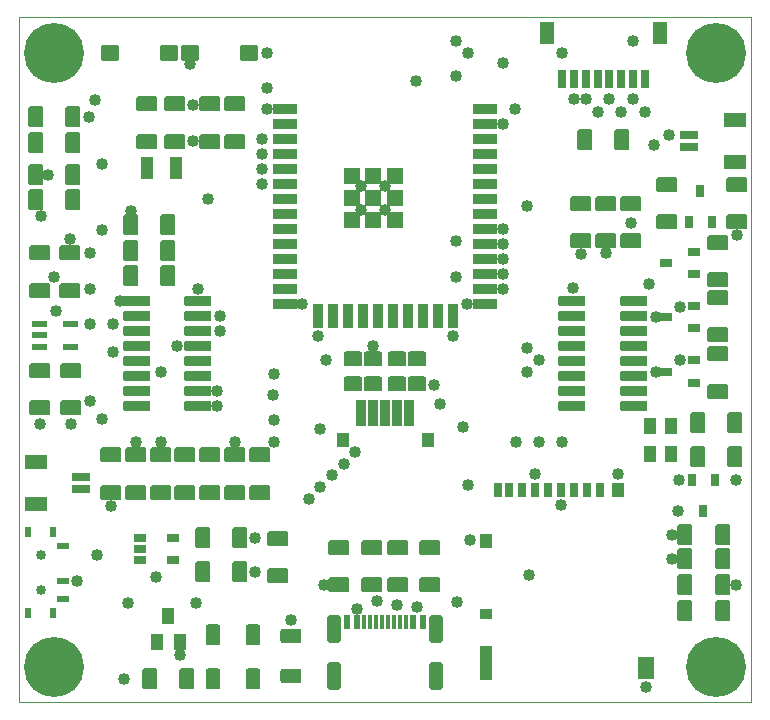
<source format=gbr>
G04 PROTEUS GERBER X2 FILE*
%TF.GenerationSoftware,Labcenter,Proteus,8.17-SP5-Build39395*%
%TF.CreationDate,2025-01-31T21:13:05+00:00*%
%TF.FileFunction,Soldermask,Top*%
%TF.FilePolarity,Negative*%
%TF.Part,Single*%
%TF.SameCoordinates,{25d9a88a-2623-41a1-bce1-36a6f26497cc}*%
%FSLAX45Y45*%
%MOMM*%
G01*
%TA.AperFunction,Material*%
%ADD62C,1.016000*%
%AMPPAD057*
4,1,4,
-0.295000,0.575000,
0.295000,0.575000,
0.295000,-0.575000,
-0.295000,-0.575000,
-0.295000,0.575000,
0*%
%TA.AperFunction,Material*%
%ADD63PPAD057*%
%AMPPAD058*
4,1,4,
-0.150000,0.575000,
0.150000,0.575000,
0.150000,-0.575000,
-0.150000,-0.575000,
-0.150000,0.575000,
0*%
%ADD64PPAD058*%
%AMPPAD059*
4,1,36,
-0.195200,1.227000,
0.195200,1.227000,
0.282210,1.218230,
0.363260,1.193060,
0.436600,1.153240,
0.500510,1.100510,
0.553240,1.036600,
0.593060,0.963260,
0.618230,0.882210,
0.627000,0.795200,
0.627000,-0.795200,
0.618230,-0.882210,
0.593060,-0.963260,
0.553240,-1.036600,
0.500510,-1.100510,
0.436600,-1.153240,
0.363260,-1.193060,
0.282210,-1.218230,
0.195200,-1.227000,
-0.195200,-1.227000,
-0.282210,-1.218230,
-0.363260,-1.193060,
-0.436600,-1.153240,
-0.500510,-1.100510,
-0.553240,-1.036600,
-0.593060,-0.963260,
-0.618230,-0.882210,
-0.627000,-0.795200,
-0.627000,0.795200,
-0.618230,0.882210,
-0.593060,0.963260,
-0.553240,1.036600,
-0.500510,1.100510,
-0.436600,1.153240,
-0.363260,1.193060,
-0.282210,1.218230,
-0.195200,1.227000,
0*%
%ADD65PPAD059*%
%AMPPAD060*
4,1,36,
0.444500,-0.889000,
-0.444500,-0.889000,
-0.470090,-0.886420,
-0.493930,-0.879020,
-0.515500,-0.867310,
-0.534300,-0.851800,
-0.549810,-0.833000,
-0.561520,-0.811430,
-0.568920,-0.787590,
-0.571500,-0.762000,
-0.571500,0.762000,
-0.568920,0.787590,
-0.561520,0.811430,
-0.549810,0.833000,
-0.534300,0.851800,
-0.515500,0.867310,
-0.493930,0.879020,
-0.470090,0.886420,
-0.444500,0.889000,
0.444500,0.889000,
0.470090,0.886420,
0.493930,0.879020,
0.515500,0.867310,
0.534300,0.851800,
0.549810,0.833000,
0.561520,0.811430,
0.568920,0.787590,
0.571500,0.762000,
0.571500,-0.762000,
0.568920,-0.787590,
0.561520,-0.811430,
0.549810,-0.833000,
0.534300,-0.851800,
0.515500,-0.867310,
0.493930,-0.879020,
0.470090,-0.886420,
0.444500,-0.889000,
0*%
%TA.AperFunction,Material*%
%ADD66PPAD060*%
%AMPPAD061*
4,1,4,
-0.546100,-0.304800,
-0.546100,0.304800,
0.546100,0.304800,
0.546100,-0.304800,
-0.546100,-0.304800,
0*%
%TA.AperFunction,Material*%
%ADD67PPAD061*%
%AMPPAD062*
4,1,4,
-1.000000,0.450000,
1.000000,0.450000,
1.000000,-0.450000,
-1.000000,-0.450000,
-1.000000,0.450000,
0*%
%TA.AperFunction,Material*%
%ADD68PPAD062*%
%AMPPAD063*
4,1,4,
-0.450000,1.000000,
0.450000,1.000000,
0.450000,-1.000000,
-0.450000,-1.000000,
-0.450000,1.000000,
0*%
%ADD69PPAD063*%
%AMPPAD064*
4,1,4,
-0.665000,0.665000,
0.665000,0.665000,
0.665000,-0.665000,
-0.665000,-0.665000,
-0.665000,0.665000,
0*%
%ADD74PPAD064*%
%AMPPAD065*
4,1,36,
-1.143000,-0.317500,
-1.143000,0.317500,
-1.140420,0.343090,
-1.133020,0.366930,
-1.121310,0.388500,
-1.105800,0.407300,
-1.087000,0.422810,
-1.065430,0.434520,
-1.041590,0.441920,
-1.016000,0.444500,
1.016000,0.444500,
1.041590,0.441920,
1.065430,0.434520,
1.087000,0.422810,
1.105800,0.407300,
1.121310,0.388500,
1.133020,0.366930,
1.140420,0.343090,
1.143000,0.317500,
1.143000,-0.317500,
1.140420,-0.343090,
1.133020,-0.366930,
1.121310,-0.388500,
1.105800,-0.407300,
1.087000,-0.422810,
1.065430,-0.434520,
1.041590,-0.441920,
1.016000,-0.444500,
-1.016000,-0.444500,
-1.041590,-0.441920,
-1.065430,-0.434520,
-1.087000,-0.422810,
-1.105800,-0.407300,
-1.121310,-0.388500,
-1.133020,-0.366930,
-1.140420,-0.343090,
-1.143000,-0.317500,
0*%
%TA.AperFunction,Material*%
%ADD75PPAD065*%
%AMPPAD066*
4,1,36,
-0.889000,-0.508000,
-0.889000,0.508000,
-0.886420,0.533590,
-0.879020,0.557430,
-0.867310,0.579000,
-0.851800,0.597800,
-0.833000,0.613310,
-0.811430,0.625020,
-0.787590,0.632420,
-0.762000,0.635000,
0.762000,0.635000,
0.787590,0.632420,
0.811430,0.625020,
0.833000,0.613310,
0.851800,0.597800,
0.867310,0.579000,
0.879020,0.557430,
0.886420,0.533590,
0.889000,0.508000,
0.889000,-0.508000,
0.886420,-0.533590,
0.879020,-0.557430,
0.867310,-0.579000,
0.851800,-0.597800,
0.833000,-0.613310,
0.811430,-0.625020,
0.787590,-0.632420,
0.762000,-0.635000,
-0.762000,-0.635000,
-0.787590,-0.632420,
-0.811430,-0.625020,
-0.833000,-0.613310,
-0.851800,-0.597800,
-0.867310,-0.579000,
-0.879020,-0.557430,
-0.886420,-0.533590,
-0.889000,-0.508000,
0*%
%TA.AperFunction,Material*%
%ADD76PPAD066*%
%AMPPAD067*
4,1,4,
-0.350000,0.600000,
0.350000,0.600000,
0.350000,-0.600000,
-0.350000,-0.600000,
-0.350000,0.600000,
0*%
%TA.AperFunction,Material*%
%ADD77PPAD067*%
%AMPPAD068*
4,1,4,
-0.500000,0.600000,
0.500000,0.600000,
0.500000,-0.600000,
-0.500000,-0.600000,
-0.500000,0.600000,
0*%
%ADD78PPAD068*%
%AMPPAD069*
4,1,4,
-0.500000,1.400000,
0.500000,1.400000,
0.500000,-1.400000,
-0.500000,-1.400000,
-0.500000,1.400000,
0*%
%ADD79PPAD069*%
%AMPPAD070*
4,1,4,
-0.650000,0.949960,
0.650000,0.949960,
0.650000,-0.949960,
-0.650000,-0.949960,
-0.650000,0.949960,
0*%
%ADD80PPAD070*%
%AMPPAD071*
4,1,4,
-0.500000,0.400050,
0.500000,0.400050,
0.500000,-0.400050,
-0.500000,-0.400050,
-0.500000,0.400050,
0*%
%ADD81PPAD071*%
%AMPPAD072*
4,1,4,
0.500000,0.250000,
0.500000,-0.250000,
-0.500000,-0.250000,
-0.500000,0.250000,
0.500000,0.250000,
0*%
%TA.AperFunction,Material*%
%ADD82PPAD072*%
%ADD83C,0.850000*%
%AMPPAD074*
4,1,4,
0.250000,0.400000,
0.250000,-0.400000,
-0.250000,-0.400000,
-0.250000,0.400000,
0.250000,0.400000,
0*%
%ADD84PPAD074*%
%AMPPAD075*
4,1,4,
0.775000,0.300000,
0.775000,-0.300000,
-0.775000,-0.300000,
-0.775000,0.300000,
0.775000,0.300000,
0*%
%TA.AperFunction,Material*%
%ADD85PPAD075*%
%AMPPAD076*
4,1,4,
0.900000,0.600000,
0.900000,-0.600000,
-0.900000,-0.600000,
-0.900000,0.600000,
0.900000,0.600000,
0*%
%ADD86PPAD076*%
%TA.AperFunction,Material*%
%ADD87C,5.080000*%
%AMPPAD078*
4,1,4,
-0.500000,0.700000,
0.500000,0.700000,
0.500000,-0.700000,
-0.500000,-0.700000,
-0.500000,0.700000,
0*%
%TA.AperFunction,Material*%
%ADD88PPAD078*%
%AMPPAD079*
4,1,36,
0.508000,-0.889000,
-0.508000,-0.889000,
-0.533590,-0.886420,
-0.557430,-0.879020,
-0.579000,-0.867310,
-0.597800,-0.851800,
-0.613310,-0.833000,
-0.625020,-0.811430,
-0.632420,-0.787590,
-0.635000,-0.762000,
-0.635000,0.762000,
-0.632420,0.787590,
-0.625020,0.811430,
-0.613310,0.833000,
-0.597800,0.851800,
-0.579000,0.867310,
-0.557430,0.879020,
-0.533590,0.886420,
-0.508000,0.889000,
0.508000,0.889000,
0.533590,0.886420,
0.557430,0.879020,
0.579000,0.867310,
0.597800,0.851800,
0.613310,0.833000,
0.625020,0.811430,
0.632420,0.787590,
0.635000,0.762000,
0.635000,-0.762000,
0.632420,-0.787590,
0.625020,-0.811430,
0.613310,-0.833000,
0.597800,-0.851800,
0.579000,-0.867310,
0.557430,-0.879020,
0.533590,-0.886420,
0.508000,-0.889000,
0*%
%TA.AperFunction,Material*%
%ADD89PPAD079*%
%AMPPAD080*
4,1,4,
-0.635000,0.279400,
0.635000,0.279400,
0.635000,-0.279400,
-0.635000,-0.279400,
-0.635000,0.279400,
0*%
%TA.AperFunction,Material*%
%ADD90PPAD080*%
%AMPPAD081*
4,1,36,
0.625000,-0.677000,
-0.625000,-0.677000,
-0.650590,-0.674420,
-0.674430,-0.667020,
-0.696000,-0.655310,
-0.714800,-0.639800,
-0.730310,-0.621000,
-0.742020,-0.599430,
-0.749420,-0.575590,
-0.752000,-0.550000,
-0.752000,0.550000,
-0.749420,0.575590,
-0.742020,0.599430,
-0.730310,0.621000,
-0.714800,0.639800,
-0.696000,0.655310,
-0.674430,0.667020,
-0.650590,0.674420,
-0.625000,0.677000,
0.625000,0.677000,
0.650590,0.674420,
0.674430,0.667020,
0.696000,0.655310,
0.714800,0.639800,
0.730310,0.621000,
0.742020,0.599430,
0.749420,0.575590,
0.752000,0.550000,
0.752000,-0.550000,
0.749420,-0.575590,
0.742020,-0.599430,
0.730310,-0.621000,
0.714800,-0.639800,
0.696000,-0.655310,
0.674430,-0.667020,
0.650590,-0.674420,
0.625000,-0.677000,
0*%
%TA.AperFunction,Material*%
%ADD91PPAD081*%
%AMPPAD082*
4,1,4,
-0.500000,0.900000,
0.500000,0.900000,
0.500000,-0.900000,
-0.500000,-0.900000,
-0.500000,0.900000,
0*%
%ADD92PPAD082*%
%AMPPAD083*
4,1,4,
0.469900,0.304800,
0.469900,-0.304800,
-0.469900,-0.304800,
-0.469900,0.304800,
0.469900,0.304800,
0*%
%TA.AperFunction,Material*%
%ADD93PPAD083*%
%AMPPAD084*
4,1,4,
0.350000,-0.500000,
-0.350000,-0.500000,
-0.350000,0.500000,
0.350000,0.500000,
0.350000,-0.500000,
0*%
%ADD94PPAD084*%
%AMPPAD085*
4,1,4,
0.300000,-0.775000,
-0.300000,-0.775000,
-0.300000,0.775000,
0.300000,0.775000,
0.300000,-0.775000,
0*%
%TA.AperFunction,Material*%
%ADD95PPAD085*%
%AMPPAD086*
4,1,4,
0.600000,-0.900000,
-0.600000,-0.900000,
-0.600000,0.900000,
0.600000,0.900000,
0.600000,-0.900000,
0*%
%ADD96PPAD086*%
%AMPPAD087*
4,1,36,
0.889000,0.444500,
0.889000,-0.444500,
0.886420,-0.470090,
0.879020,-0.493930,
0.867310,-0.515500,
0.851800,-0.534300,
0.833000,-0.549810,
0.811430,-0.561520,
0.787590,-0.568920,
0.762000,-0.571500,
-0.762000,-0.571500,
-0.787590,-0.568920,
-0.811430,-0.561520,
-0.833000,-0.549810,
-0.851800,-0.534300,
-0.867310,-0.515500,
-0.879020,-0.493930,
-0.886420,-0.470090,
-0.889000,-0.444500,
-0.889000,0.444500,
-0.886420,0.470090,
-0.879020,0.493930,
-0.867310,0.515500,
-0.851800,0.534300,
-0.833000,0.549810,
-0.811430,0.561520,
-0.787590,0.568920,
-0.762000,0.571500,
0.762000,0.571500,
0.787590,0.568920,
0.811430,0.561520,
0.833000,0.549810,
0.851800,0.534300,
0.867310,0.515500,
0.879020,0.493930,
0.886420,0.470090,
0.889000,0.444500,
0*%
%TA.AperFunction,Material*%
%ADD97PPAD087*%
%AMPPAD088*
4,1,36,
-0.762000,-0.508000,
-0.762000,0.508000,
-0.759420,0.533590,
-0.752020,0.557430,
-0.740310,0.579000,
-0.724800,0.597800,
-0.706000,0.613310,
-0.684430,0.625020,
-0.660590,0.632420,
-0.635000,0.635000,
0.635000,0.635000,
0.660590,0.632420,
0.684430,0.625020,
0.706000,0.613310,
0.724800,0.597800,
0.740310,0.579000,
0.752020,0.557430,
0.759420,0.533590,
0.762000,0.508000,
0.762000,-0.508000,
0.759420,-0.533590,
0.752020,-0.557430,
0.740310,-0.579000,
0.724800,-0.597800,
0.706000,-0.613310,
0.684430,-0.625020,
0.660590,-0.632420,
0.635000,-0.635000,
-0.635000,-0.635000,
-0.660590,-0.632420,
-0.684430,-0.625020,
-0.706000,-0.613310,
-0.724800,-0.597800,
-0.740310,-0.579000,
-0.752020,-0.557430,
-0.759420,-0.533590,
-0.762000,-0.508000,
0*%
%ADD98PPAD088*%
%AMPPAD089*
4,1,36,
0.300000,-1.127000,
-0.300000,-1.127000,
-0.325590,-1.124420,
-0.349430,-1.117020,
-0.371000,-1.105310,
-0.389800,-1.089800,
-0.405310,-1.071000,
-0.417020,-1.049430,
-0.424420,-1.025590,
-0.427000,-1.000000,
-0.427000,1.000000,
-0.424420,1.025590,
-0.417020,1.049430,
-0.405310,1.071000,
-0.389800,1.089800,
-0.371000,1.105310,
-0.349430,1.117020,
-0.325590,1.124420,
-0.300000,1.127000,
0.300000,1.127000,
0.325590,1.124420,
0.349430,1.117020,
0.371000,1.105310,
0.389800,1.089800,
0.405310,1.071000,
0.417020,1.049430,
0.424420,1.025590,
0.427000,1.000000,
0.427000,-1.000000,
0.424420,-1.025590,
0.417020,-1.049430,
0.405310,-1.071000,
0.389800,-1.089800,
0.371000,-1.105310,
0.349430,-1.117020,
0.325590,-1.124420,
0.300000,-1.127000,
0*%
%TA.AperFunction,Material*%
%ADD99PPAD089*%
%AMPPAD090*
4,1,36,
0.375000,-0.627000,
-0.375000,-0.627000,
-0.400590,-0.624420,
-0.424430,-0.617020,
-0.446000,-0.605310,
-0.464800,-0.589800,
-0.480310,-0.571000,
-0.492020,-0.549430,
-0.499420,-0.525590,
-0.502000,-0.500000,
-0.502000,0.500000,
-0.499420,0.525590,
-0.492020,0.549430,
-0.480310,0.571000,
-0.464800,0.589800,
-0.446000,0.605310,
-0.424430,0.617020,
-0.400590,0.624420,
-0.375000,0.627000,
0.375000,0.627000,
0.400590,0.624420,
0.424430,0.617020,
0.446000,0.605310,
0.464800,0.589800,
0.480310,0.571000,
0.492020,0.549430,
0.499420,0.525590,
0.502000,0.500000,
0.502000,-0.500000,
0.499420,-0.525590,
0.492020,-0.549430,
0.480310,-0.571000,
0.464800,-0.589800,
0.446000,-0.605310,
0.424430,-0.617020,
0.400590,-0.624420,
0.375000,-0.627000,
0*%
%ADD100PPAD090*%
%AMPPAD091*
4,1,4,
0.550000,0.650000,
0.550000,-0.650000,
-0.550000,-0.650000,
-0.550000,0.650000,
0.550000,0.650000,
0*%
%TA.AperFunction,Material*%
%ADD101PPAD091*%
%TA.AperFunction,Profile*%
%ADD46C,0.101600*%
%TD.AperFunction*%
D62*
X+2060093Y+4384997D03*
X+2059748Y+4511980D03*
X+1699766Y+3272345D03*
X+1699878Y+3144942D03*
X+1601886Y+4257935D03*
X+300000Y+3600000D03*
X+4100000Y+4893081D03*
X+3100000Y+4170000D03*
X+3100000Y+4370000D03*
X+2900000Y+4170000D03*
X+2900000Y+4370000D03*
X+1360000Y+400000D03*
X+490928Y+1024082D03*
X+852682Y+3400097D03*
X+2059845Y+4639069D03*
X+600000Y+3200000D03*
X+600000Y+3500000D03*
X+600000Y+3800000D03*
X+187509Y+4113161D03*
X+640000Y+5100000D03*
X+5390000Y+2800000D03*
X+4600000Y+2200000D03*
X+4400000Y+2900000D03*
X+4300000Y+4200000D03*
X+4210000Y+2200000D03*
X+4300000Y+3000000D03*
X+4400000Y+2200000D03*
X+4300000Y+2800000D03*
X+5597682Y+2898946D03*
X+5597553Y+3349596D03*
X+5390000Y+3261362D03*
X+990000Y+2200000D03*
X+800000Y+2963845D03*
X+3196880Y+826880D03*
X+2100000Y+5500000D03*
X+3793261Y+3370000D03*
X+3700000Y+3600000D03*
X+3700000Y+3902540D03*
X+3700000Y+5300000D03*
X+3370000Y+810000D03*
X+3708134Y+844602D03*
X+5530000Y+1210000D03*
X+3028299Y+852999D03*
X+1200000Y+2800000D03*
X+2550804Y+1820804D03*
X+2160000Y+2200000D03*
X+1830000Y+2200000D03*
X+1200000Y+2200000D03*
X+2160000Y+2390000D03*
X+2650000Y+1920000D03*
X+1677397Y+2508914D03*
X+2847862Y+2117862D03*
X+2160000Y+2780000D03*
X+3000000Y+3020000D03*
X+2550000Y+2310000D03*
X+2150794Y+2600100D03*
X+1680000Y+2637000D03*
X+2750000Y+2020000D03*
X+4587054Y+1669540D03*
X+1500000Y+840000D03*
X+919998Y+840000D03*
X+657702Y+1247854D03*
X+600000Y+2552861D03*
X+700000Y+4000000D03*
X+700000Y+4560000D03*
X+700000Y+2400000D03*
X+800000Y+3200000D03*
X+2460000Y+1720000D03*
X+4320000Y+1080000D03*
X+2860000Y+790000D03*
X+2300000Y+700000D03*
X+2580000Y+990000D03*
X+5200000Y+5110000D03*
X+4100064Y+3623438D03*
X+5000000Y+5110000D03*
X+4099732Y+3876823D03*
X+4800000Y+5110000D03*
X+4100000Y+4004000D03*
X+4900000Y+5000000D03*
X+4100000Y+3750000D03*
X+5100000Y+5000000D03*
X+4099511Y+3495974D03*
X+5300000Y+5000000D03*
X+2100000Y+5200000D03*
X+4101403Y+5414884D03*
X+3800000Y+5500000D03*
X+4758737Y+3798737D03*
X+5580000Y+1620000D03*
X+4686831Y+3509120D03*
X+4970000Y+3800000D03*
X+5500000Y+4800000D03*
X+5335947Y+3543324D03*
X+2060136Y+4765983D03*
X+5380000Y+4720000D03*
X+3700000Y+5600000D03*
X+3360000Y+5260000D03*
X+2399727Y+3368634D03*
X+5200000Y+5600000D03*
X+4600000Y+5500000D03*
X+3672217Y+3099684D03*
X+3800000Y+1840000D03*
X+3760000Y+2330000D03*
X+3566492Y+2523508D03*
X+2600000Y+2900000D03*
D63*
X+2780000Y+680000D03*
X+2860000Y+680000D03*
D64*
X+2975000Y+680000D03*
X+3075000Y+680000D03*
X+3125000Y+680000D03*
X+3225000Y+680000D03*
D63*
X+3420000Y+680000D03*
X+3340000Y+680000D03*
D64*
X+3275006Y+680000D03*
X+3175000Y+680000D03*
X+3025000Y+680000D03*
X+2924994Y+680000D03*
D65*
X+2668000Y+223000D03*
X+2668000Y+622990D03*
X+3532000Y+622988D03*
X+3532000Y+223000D03*
D66*
X+1981125Y+570000D03*
X+1641125Y+570000D03*
D67*
X+1024388Y+1391008D03*
X+1024388Y+1296008D03*
X+1024388Y+1201008D03*
X+1304388Y+1201008D03*
X+1304388Y+1391008D03*
D62*
X+2000000Y+1100000D03*
X+1164388Y+1061008D03*
D68*
X+2250000Y+5020000D03*
X+2250000Y+4893000D03*
X+2250000Y+4766000D03*
X+2250000Y+4639000D03*
X+2250000Y+4512000D03*
X+2250000Y+4385000D03*
X+2250000Y+4258000D03*
X+2250000Y+4131000D03*
X+2250000Y+4004000D03*
X+2250000Y+3877000D03*
X+2250000Y+3750000D03*
X+2250000Y+3623000D03*
X+2250000Y+3496000D03*
X+2250000Y+3369000D03*
D69*
X+2528500Y+3269000D03*
X+2655500Y+3269000D03*
X+2782500Y+3269000D03*
X+2909500Y+3269000D03*
X+3036500Y+3269000D03*
X+3163500Y+3269000D03*
X+3290500Y+3269000D03*
X+3417500Y+3269000D03*
X+3544500Y+3269000D03*
X+3671500Y+3269000D03*
D68*
X+3950000Y+3369000D03*
X+3950000Y+3496000D03*
X+3950000Y+3623000D03*
X+3950000Y+3750000D03*
X+3950000Y+3877000D03*
X+3950000Y+4004000D03*
X+3950000Y+4131000D03*
X+3950000Y+4258000D03*
X+3950000Y+4385000D03*
X+3950000Y+4512000D03*
X+3950000Y+4639000D03*
X+3950000Y+4766000D03*
X+3950000Y+4893000D03*
X+3950000Y+5020000D03*
D74*
X+2817000Y+4454000D03*
X+3000000Y+4454000D03*
X+3183000Y+4454000D03*
X+2817000Y+4270000D03*
X+3000000Y+4270000D03*
X+3183000Y+4270000D03*
X+2817000Y+4087000D03*
X+3000000Y+4087000D03*
X+3183000Y+4087000D03*
D62*
X+2100000Y+5020000D03*
D75*
X+4684650Y+3395000D03*
X+4684650Y+3268000D03*
X+4684650Y+3141000D03*
X+4684650Y+3014000D03*
X+4684650Y+2887000D03*
X+4684650Y+2760000D03*
X+4684650Y+2633000D03*
X+4684650Y+2506000D03*
X+5205350Y+2506000D03*
X+5205350Y+2633000D03*
X+5205350Y+2760000D03*
X+5205350Y+2887000D03*
X+5205350Y+3014000D03*
X+5205350Y+3141000D03*
X+5205350Y+3268000D03*
X+5205350Y+3395000D03*
D76*
X+3210000Y+991170D03*
X+3210000Y+1306130D03*
X+2990000Y+991170D03*
X+2990000Y+1306130D03*
X+4970000Y+3907520D03*
X+4970000Y+4222480D03*
X+4760000Y+3907520D03*
X+4760000Y+4222480D03*
D77*
X+4917000Y+1798000D03*
X+4807000Y+1798000D03*
X+4698000Y+1798000D03*
X+4587000Y+1798000D03*
X+4477000Y+1798000D03*
X+4368000Y+1798000D03*
X+4258000Y+1798000D03*
X+4147494Y+1798000D03*
D78*
X+3957502Y+1368000D03*
D79*
X+3957502Y+332488D03*
D80*
X+5307512Y+288000D03*
D78*
X+5073000Y+1798000D03*
D81*
X+3957502Y+747000D03*
D77*
X+4052498Y+1798000D03*
D76*
X+3480000Y+991170D03*
X+3480000Y+1306130D03*
X+2190000Y+1071170D03*
X+2190000Y+1386130D03*
D82*
X+370880Y+1325000D03*
X+370880Y+1025000D03*
X+370880Y+875000D03*
D83*
X+185880Y+1250000D03*
X+185880Y+950000D03*
D84*
X+290880Y+755000D03*
X+80880Y+755000D03*
X+80880Y+1445000D03*
X+290880Y+1445000D03*
D85*
X+529600Y+1906060D03*
X+529600Y+1806060D03*
D86*
X+141608Y+2036060D03*
X+141608Y+1676060D03*
D87*
X+300000Y+300000D03*
X+300000Y+5500000D03*
X+5900000Y+5500000D03*
X+5900000Y+300000D03*
D88*
X+1170616Y+513834D03*
X+1360608Y+513834D03*
X+1265612Y+733834D03*
D66*
X+1981125Y+200000D03*
X+1641125Y+200000D03*
D89*
X+1423092Y+200000D03*
X+1108132Y+200000D03*
D62*
X+890000Y+200000D03*
D89*
X+1554158Y+1101008D03*
X+1869118Y+1101008D03*
X+1554158Y+1391008D03*
X+1869118Y+1391008D03*
D62*
X+2000000Y+1390000D03*
D90*
X+180000Y+3199020D03*
X+180000Y+3105040D03*
X+180000Y+3011060D03*
X+439080Y+3011060D03*
X+439080Y+3199020D03*
D62*
X+310000Y+3310000D03*
D76*
X+438160Y+2807205D03*
X+438160Y+2492245D03*
D62*
X+437240Y+2353050D03*
D76*
X+430000Y+3485040D03*
X+430000Y+3800000D03*
D62*
X+430000Y+3921060D03*
D76*
X+180000Y+3485040D03*
X+180000Y+3800000D03*
X+179080Y+2807205D03*
X+179080Y+2492245D03*
D62*
X+178160Y+2353050D03*
X+2530000Y+3100000D03*
D75*
X+1520000Y+2510000D03*
X+1520000Y+2637000D03*
X+1520000Y+2764000D03*
X+1520000Y+2891000D03*
X+1520000Y+3018000D03*
X+1520000Y+3145000D03*
X+1520000Y+3272000D03*
X+1520000Y+3399000D03*
X+999300Y+3399000D03*
X+999300Y+3272000D03*
X+999300Y+3145000D03*
X+999300Y+3018000D03*
X+999300Y+2891000D03*
X+999300Y+2764000D03*
X+999300Y+2637000D03*
X+999300Y+2510000D03*
D76*
X+1410000Y+1775660D03*
X+1410000Y+2090620D03*
X+1620000Y+1775660D03*
X+1620000Y+2090620D03*
X+1830000Y+1775660D03*
X+1830000Y+2090620D03*
X+2040000Y+1775660D03*
X+2040000Y+2090620D03*
X+990000Y+1775660D03*
X+990000Y+2090620D03*
X+1200000Y+1775660D03*
X+1200000Y+2090620D03*
D62*
X+1520000Y+3500000D03*
X+1340000Y+3020000D03*
D76*
X+780000Y+2090620D03*
X+780000Y+1775660D03*
D62*
X+780000Y+1660000D03*
D89*
X+1264960Y+3820000D03*
X+950000Y+3820000D03*
X+1264960Y+3610000D03*
X+950000Y+3610000D03*
X+1264960Y+4040000D03*
X+950000Y+4040000D03*
D76*
X+1830000Y+5062480D03*
X+1830000Y+4747520D03*
X+1615000Y+5062480D03*
X+1615000Y+4747520D03*
D89*
X+142520Y+4250000D03*
X+457480Y+4250000D03*
X+457480Y+4460000D03*
X+142520Y+4460000D03*
D91*
X+1270000Y+5500000D03*
X+770000Y+5500000D03*
D89*
X+142520Y+4953940D03*
X+457480Y+4953940D03*
X+457480Y+4738940D03*
X+142520Y+4738940D03*
D91*
X+1450000Y+5500000D03*
X+1950000Y+5500000D03*
D89*
X+5642520Y+770000D03*
X+5957480Y+770000D03*
X+5642520Y+990000D03*
X+5957480Y+990000D03*
D62*
X+1470000Y+4750000D03*
D92*
X+1080000Y+4520000D03*
X+1330000Y+4520000D03*
D76*
X+1325000Y+4747520D03*
X+1325000Y+5062480D03*
X+1085000Y+4747520D03*
X+1085000Y+5062480D03*
D62*
X+1470000Y+5060000D03*
X+590000Y+4953940D03*
X+250000Y+4460000D03*
X+950000Y+4160000D03*
D93*
X+5712516Y+2705000D03*
X+5712516Y+2895000D03*
X+5482516Y+2800000D03*
X+5712516Y+3165000D03*
X+5712516Y+3355000D03*
X+5482516Y+3260000D03*
X+5712516Y+3625000D03*
X+5712516Y+3815000D03*
X+5482516Y+3720000D03*
D76*
X+5922516Y+2945040D03*
X+5922516Y+2630080D03*
X+5922516Y+3420040D03*
X+5922516Y+3105080D03*
X+5922516Y+3890080D03*
X+5922516Y+3575120D03*
D94*
X+5890000Y+1880000D03*
X+5700008Y+1880000D03*
X+5795004Y+1620000D03*
D89*
X+5642520Y+1210000D03*
X+5957480Y+1210000D03*
X+5957480Y+1420000D03*
X+5642520Y+1420000D03*
X+5110000Y+4760000D03*
X+4795040Y+4760000D03*
D76*
X+5180000Y+3907520D03*
X+5180000Y+4222480D03*
D62*
X+5070000Y+1930000D03*
D89*
X+5750000Y+2360000D03*
X+6064960Y+2360000D03*
X+5750000Y+2080000D03*
X+6064960Y+2080000D03*
D95*
X+5300012Y+5278880D03*
X+5200000Y+5278880D03*
X+5100000Y+5278880D03*
X+5000000Y+5278880D03*
X+4900000Y+5278880D03*
X+4800000Y+5278880D03*
X+4700000Y+5278880D03*
X+4599988Y+5278880D03*
D96*
X+5430000Y+5665880D03*
X+4470000Y+5665880D03*
D62*
X+6070000Y+990000D03*
X+5590000Y+1880000D03*
X+5530000Y+1420000D03*
X+3820000Y+1370000D03*
X+4370000Y+1930000D03*
X+1450000Y+5400000D03*
X+4700000Y+5110000D03*
X+4200000Y+5020000D03*
X+5310000Y+130000D03*
D97*
X+2300000Y+560000D03*
X+2300000Y+220000D03*
D62*
X+6070000Y+1880000D03*
D98*
X+3370000Y+2691640D03*
X+3370000Y+2905000D03*
X+3200000Y+2691640D03*
X+3200000Y+2905000D03*
X+3000000Y+2691640D03*
X+3000000Y+2905000D03*
X+2830000Y+2691640D03*
X+2830000Y+2905000D03*
D99*
X+3300000Y+2450000D03*
X+3200000Y+2450000D03*
X+3100000Y+2450000D03*
X+3000000Y+2450000D03*
X+2900000Y+2450000D03*
D100*
X+3460000Y+2220000D03*
X+2740000Y+2220000D03*
D62*
X+5180000Y+4060000D03*
D101*
X+5340000Y+2335000D03*
X+5340000Y+2105000D03*
X+5520000Y+2105000D03*
X+5520000Y+2335000D03*
D62*
X+3510000Y+2690000D03*
D76*
X+2710000Y+990000D03*
X+2710000Y+1304960D03*
D85*
X+5672000Y+4700000D03*
X+5672000Y+4800000D03*
D86*
X+6059992Y+4570000D03*
X+6059992Y+4930000D03*
D94*
X+5675004Y+4070000D03*
X+5864996Y+4070000D03*
X+5770000Y+4330000D03*
D76*
X+6080000Y+4380000D03*
X+6080000Y+4065040D03*
X+5490000Y+4380000D03*
X+5490000Y+4065040D03*
D62*
X+6080000Y+3960000D03*
D46*
X+0Y+0D02*
X+6200000Y+0D01*
X+6200000Y+5800000D01*
X+0Y+5800000D01*
X+0Y+0D01*
M02*

</source>
